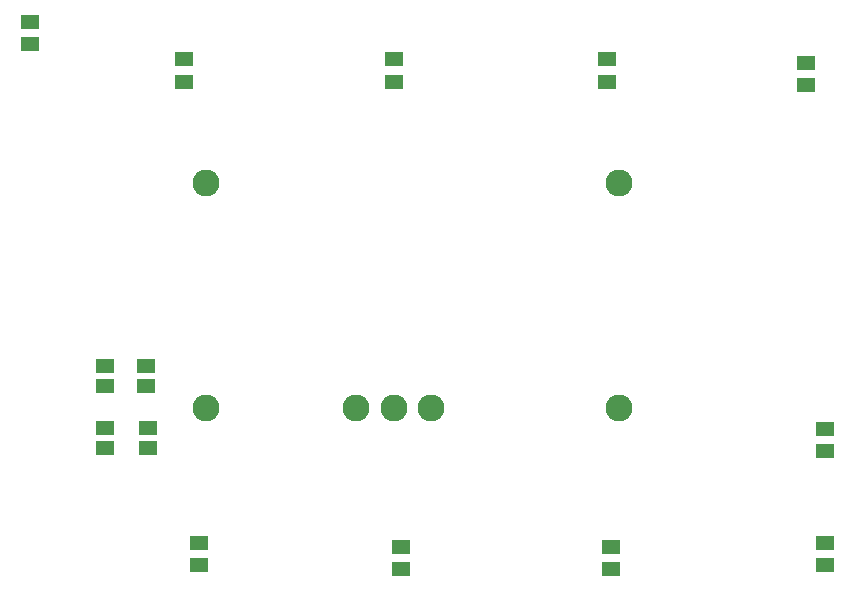
<source format=gtp>
G75*
%MOIN*%
%OFA0B0*%
%FSLAX24Y24*%
%IPPOS*%
%LPD*%
%AMOC8*
5,1,8,0,0,1.08239X$1,22.5*
%
%ADD10R,0.0630X0.0512*%
%ADD11C,0.0900*%
%ADD12R,0.0591X0.0512*%
D10*
X006333Y023709D03*
X006333Y024457D03*
X032833Y010895D03*
X032833Y010147D03*
D11*
X025958Y011583D03*
X019708Y011583D03*
X018458Y011583D03*
X017208Y011583D03*
X012208Y011583D03*
X012208Y019083D03*
X025958Y019083D03*
D12*
X011958Y006334D03*
X011958Y007082D03*
X010271Y010248D03*
X010271Y010918D03*
X010208Y012311D03*
X010208Y012980D03*
X008833Y012980D03*
X008833Y012311D03*
X008833Y010918D03*
X008833Y010248D03*
X018708Y006957D03*
X018708Y006209D03*
X025708Y006209D03*
X025708Y006957D03*
X032833Y007082D03*
X032833Y006334D03*
X032208Y022334D03*
X032208Y023082D03*
X025583Y023207D03*
X025583Y022459D03*
X018458Y022459D03*
X018458Y023207D03*
X011458Y023207D03*
X011458Y022459D03*
M02*

</source>
